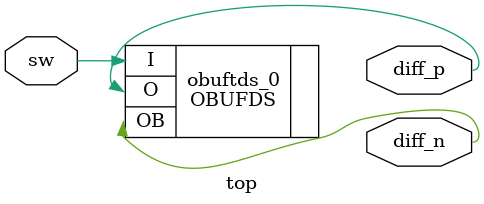
<source format=v>


`default_nettype none

module top (
    input wire   sw,

    output wire  diff_p,
    output wire  diff_n
);

OBUFDS # (
    .IOSTANDARD("DIFF_SSTL135"),
    .SLEW("FAST")
) obuftds_0 (
    .I(sw),
    .O(diff_p),  // LED2
    .OB(diff_n)  // LED3
);

endmodule


</source>
